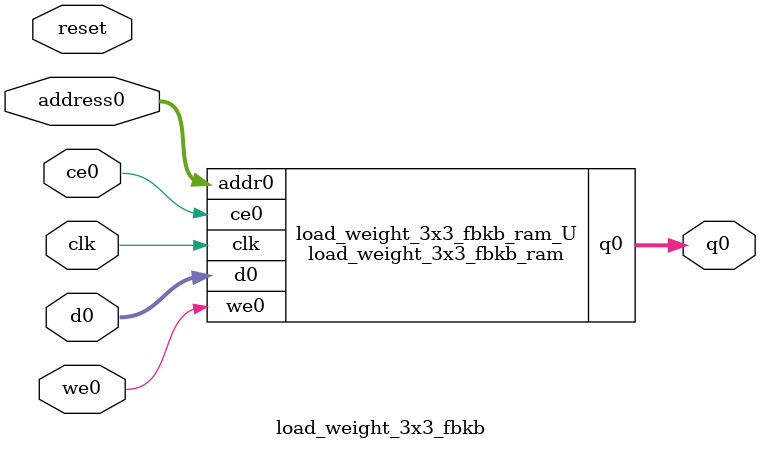
<source format=v>
`timescale 1 ns / 1 ps
module load_weight_3x3_fbkb_ram (addr0, ce0, d0, we0, q0,  clk);

parameter DWIDTH = 512;
parameter AWIDTH = 6;
parameter MEM_SIZE = 36;

input[AWIDTH-1:0] addr0;
input ce0;
input[DWIDTH-1:0] d0;
input we0;
output reg[DWIDTH-1:0] q0;
input clk;

(* ram_style = "block" *)reg [DWIDTH-1:0] ram[0:MEM_SIZE-1];




always @(posedge clk)  
begin 
    if (ce0) begin
        if (we0) 
            ram[addr0] <= d0; 
        q0 <= ram[addr0];
    end
end


endmodule

`timescale 1 ns / 1 ps
module load_weight_3x3_fbkb(
    reset,
    clk,
    address0,
    ce0,
    we0,
    d0,
    q0);

parameter DataWidth = 32'd512;
parameter AddressRange = 32'd36;
parameter AddressWidth = 32'd6;
input reset;
input clk;
input[AddressWidth - 1:0] address0;
input ce0;
input we0;
input[DataWidth - 1:0] d0;
output[DataWidth - 1:0] q0;



load_weight_3x3_fbkb_ram load_weight_3x3_fbkb_ram_U(
    .clk( clk ),
    .addr0( address0 ),
    .ce0( ce0 ),
    .we0( we0 ),
    .d0( d0 ),
    .q0( q0 ));

endmodule


</source>
